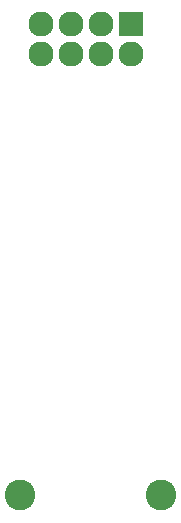
<source format=gbr>
G04 #@! TF.FileFunction,Soldermask,Bot*
%FSLAX46Y46*%
G04 Gerber Fmt 4.6, Leading zero omitted, Abs format (unit mm)*
G04 Created by KiCad (PCBNEW 4.0.7) date 12/21/18 01:01:40*
%MOMM*%
%LPD*%
G01*
G04 APERTURE LIST*
%ADD10C,0.100000*%
%ADD11C,2.600000*%
%ADD12R,2.127200X2.127200*%
%ADD13O,2.127200X2.127200*%
G04 APERTURE END LIST*
D10*
D11*
X104337600Y-154152600D03*
X116337600Y-154152600D03*
D12*
X113766600Y-114300000D03*
D13*
X113766600Y-116840000D03*
X111226600Y-114300000D03*
X111226600Y-116840000D03*
X108686600Y-114300000D03*
X108686600Y-116840000D03*
X106146600Y-114300000D03*
X106146600Y-116840000D03*
M02*

</source>
